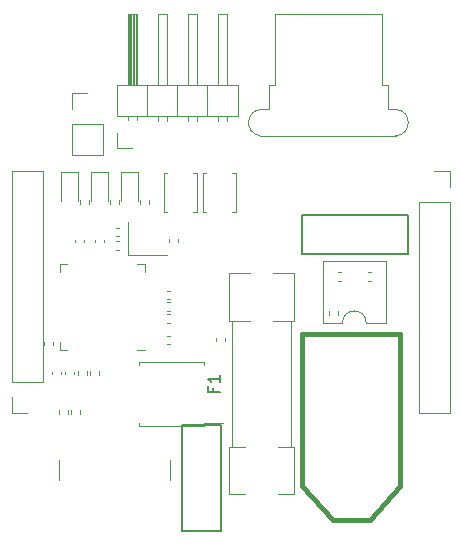
<source format=gbr>
%TF.GenerationSoftware,KiCad,Pcbnew,7.0.11*%
%TF.CreationDate,2025-01-20T01:28:44+09:00*%
%TF.ProjectId,PSU,5053552e-6b69-4636-9164-5f7063625858,rev?*%
%TF.SameCoordinates,Original*%
%TF.FileFunction,Legend,Top*%
%TF.FilePolarity,Positive*%
%FSLAX46Y46*%
G04 Gerber Fmt 4.6, Leading zero omitted, Abs format (unit mm)*
G04 Created by KiCad (PCBNEW 7.0.11) date 2025-01-20 01:28:44*
%MOMM*%
%LPD*%
G01*
G04 APERTURE LIST*
%ADD10C,0.150000*%
%ADD11C,0.120000*%
%ADD12C,0.400000*%
G04 APERTURE END LIST*
D10*
X150871009Y-108447333D02*
X150871009Y-108780666D01*
X151394819Y-108780666D02*
X150394819Y-108780666D01*
X150394819Y-108780666D02*
X150394819Y-108304476D01*
X151394819Y-107399714D02*
X151394819Y-107971142D01*
X151394819Y-107685428D02*
X150394819Y-107685428D01*
X150394819Y-107685428D02*
X150537676Y-107780666D01*
X150537676Y-107780666D02*
X150632914Y-107875904D01*
X150632914Y-107875904D02*
X150680533Y-107971142D01*
D11*
%TO.C,Y1*%
X143640000Y-94370000D02*
X143640000Y-97170000D01*
X143640000Y-97170000D02*
X146940000Y-97170000D01*
%TO.C,C2*%
X139880000Y-95902164D02*
X139880000Y-96117836D01*
X139160000Y-95902164D02*
X139160000Y-96117836D01*
%TO.C,J4*%
X142748000Y-88138000D02*
X142748000Y-86868000D01*
X144018000Y-88138000D02*
X142748000Y-88138000D01*
X146178000Y-85825071D02*
X146178000Y-85428000D01*
X146938000Y-85825071D02*
X146938000Y-85428000D01*
X148718000Y-85825071D02*
X148718000Y-85428000D01*
X149478000Y-85825071D02*
X149478000Y-85428000D01*
X151258000Y-85825071D02*
X151258000Y-85428000D01*
X152018000Y-85825071D02*
X152018000Y-85428000D01*
X143638000Y-85758000D02*
X143638000Y-85428000D01*
X144398000Y-85758000D02*
X144398000Y-85428000D01*
X142688000Y-85428000D02*
X152968000Y-85428000D01*
X145288000Y-85428000D02*
X145288000Y-82768000D01*
X147828000Y-85428000D02*
X147828000Y-82768000D01*
X150368000Y-85428000D02*
X150368000Y-82768000D01*
X152968000Y-85428000D02*
X152968000Y-82768000D01*
X142688000Y-82768000D02*
X142688000Y-85428000D01*
X143638000Y-82768000D02*
X143638000Y-76768000D01*
X143698000Y-82768000D02*
X143698000Y-76768000D01*
X143818000Y-82768000D02*
X143818000Y-76768000D01*
X143938000Y-82768000D02*
X143938000Y-76768000D01*
X144058000Y-82768000D02*
X144058000Y-76768000D01*
X144178000Y-82768000D02*
X144178000Y-76768000D01*
X144298000Y-82768000D02*
X144298000Y-76768000D01*
X146178000Y-82768000D02*
X146178000Y-76768000D01*
X148718000Y-82768000D02*
X148718000Y-76768000D01*
X151258000Y-82768000D02*
X151258000Y-76768000D01*
X152968000Y-82768000D02*
X142688000Y-82768000D01*
X143638000Y-76768000D02*
X144398000Y-76768000D01*
X144398000Y-76768000D02*
X144398000Y-82768000D01*
X146178000Y-76768000D02*
X146938000Y-76768000D01*
X146938000Y-76768000D02*
X146938000Y-82768000D01*
X148718000Y-76768000D02*
X149478000Y-76768000D01*
X149478000Y-76768000D02*
X149478000Y-82768000D01*
X151258000Y-76768000D02*
X152018000Y-76768000D01*
X152018000Y-76768000D02*
X152018000Y-82768000D01*
%TO.C,C8*%
X147175836Y-104770000D02*
X146960164Y-104770000D01*
X147175836Y-104050000D02*
X146960164Y-104050000D01*
%TO.C,R12*%
X139446000Y-107339641D02*
X139446000Y-107032359D01*
X140206000Y-107339641D02*
X140206000Y-107032359D01*
%TO.C,R2*%
X142594359Y-96021500D02*
X142901641Y-96021500D01*
X142594359Y-96781500D02*
X142901641Y-96781500D01*
%TO.C,J1*%
X137826000Y-116232000D02*
X137826000Y-114532000D01*
X147166000Y-116232000D02*
X147166000Y-114532000D01*
%TO.C,R16*%
X160656000Y-102261641D02*
X160656000Y-101954359D01*
X161416000Y-102261641D02*
X161416000Y-101954359D01*
%TO.C,C7*%
X136546000Y-104783836D02*
X136546000Y-104568164D01*
X137266000Y-104783836D02*
X137266000Y-104568164D01*
%TO.C,J2*%
X136458000Y-107950000D02*
X136458000Y-90110000D01*
X136458000Y-107950000D02*
X133798000Y-107950000D01*
X136458000Y-90110000D02*
X133798000Y-90110000D01*
X135128000Y-110550000D02*
X133798000Y-110550000D01*
X133798000Y-110550000D02*
X133798000Y-109220000D01*
X133798000Y-107950000D02*
X133798000Y-90110000D01*
D12*
%TO.C,BT1*%
X160960000Y-119610000D02*
X164110000Y-119610000D01*
X164110000Y-119610000D02*
X166710000Y-116760000D01*
X158410000Y-116760000D02*
X160960000Y-119610000D01*
X166710000Y-116760000D02*
X166710000Y-103910000D01*
X158410000Y-103910000D02*
X158410000Y-116760000D01*
X166710000Y-103910000D02*
X158410000Y-103910000D01*
D11*
%TO.C,C11*%
X137941778Y-107081138D02*
X137941778Y-107296810D01*
X137221778Y-107081138D02*
X137221778Y-107296810D01*
%TO.C,SW2*%
X149984000Y-93598000D02*
X149984000Y-90298000D01*
X150284000Y-93598000D02*
X149984000Y-93598000D01*
X152484000Y-93598000D02*
X152784000Y-93598000D01*
X152784000Y-93598000D02*
X152784000Y-90298000D01*
X149984000Y-90298000D02*
X150284000Y-90298000D01*
X152784000Y-90298000D02*
X152484000Y-90298000D01*
%TO.C,C9*%
X141584000Y-95904164D02*
X141584000Y-96119836D01*
X140864000Y-95904164D02*
X140864000Y-96119836D01*
%TO.C,C4*%
X147840000Y-95882164D02*
X147840000Y-96097836D01*
X147120000Y-95882164D02*
X147120000Y-96097836D01*
%TO.C,R10*%
X138812000Y-110643641D02*
X138812000Y-110336359D01*
X139572000Y-110643641D02*
X139572000Y-110336359D01*
%TO.C,C6*%
X147173836Y-100944000D02*
X146958164Y-100944000D01*
X147173836Y-100224000D02*
X146958164Y-100224000D01*
%TO.C,SW1*%
X146682000Y-93598000D02*
X146682000Y-90298000D01*
X146982000Y-93598000D02*
X146682000Y-93598000D01*
X149182000Y-93598000D02*
X149482000Y-93598000D01*
X149482000Y-93598000D02*
X149482000Y-90298000D01*
X146682000Y-90298000D02*
X146982000Y-90298000D01*
X149482000Y-90298000D02*
X149182000Y-90298000D01*
D10*
%TO.C,RV2*%
X158354000Y-93854000D02*
X158354000Y-97154000D01*
X158354000Y-93854000D02*
X167354000Y-93854000D01*
X158354000Y-97154000D02*
X167354000Y-97154000D01*
X167354000Y-93854000D02*
X167354000Y-97154000D01*
D11*
%TO.C,U1*%
X150045000Y-111691000D02*
X150045000Y-111431000D01*
X150045000Y-111431000D02*
X151720000Y-111431000D01*
X150045000Y-106241000D02*
X150045000Y-106501000D01*
X147320000Y-111691000D02*
X150045000Y-111691000D01*
X147320000Y-111691000D02*
X144595000Y-111691000D01*
X147320000Y-106241000D02*
X150045000Y-106241000D01*
X147320000Y-106241000D02*
X144595000Y-106241000D01*
X144595000Y-111691000D02*
X144595000Y-111431000D01*
X144595000Y-106241000D02*
X144595000Y-106501000D01*
%TO.C,F1*%
X152190000Y-117464000D02*
X153540000Y-117464000D01*
X157690000Y-117464000D02*
X156340000Y-117464000D01*
X152190000Y-113464000D02*
X152190000Y-117464000D01*
X152190000Y-113464000D02*
X153540000Y-113464000D01*
X157690000Y-113464000D02*
X157690000Y-117464000D01*
X157690000Y-113464000D02*
X156340000Y-113464000D01*
X152190000Y-102764000D02*
X153940000Y-102764000D01*
X152440000Y-102764000D02*
X152440000Y-113464000D01*
X157440000Y-102764000D02*
X157440000Y-113464000D01*
X157690000Y-102764000D02*
X155940000Y-102764000D01*
X157690000Y-102764000D02*
X157690000Y-98764000D01*
X152190000Y-98764000D02*
X152190000Y-102764000D01*
X153940000Y-98764000D02*
X152190000Y-98764000D01*
X155940000Y-98764000D02*
X157690000Y-98764000D01*
%TO.C,R4*%
X142114000Y-92861641D02*
X142114000Y-92554359D01*
X142874000Y-92861641D02*
X142874000Y-92554359D01*
%TO.C,D2*%
X141959000Y-90173000D02*
X140489000Y-90173000D01*
X140489000Y-90173000D02*
X140489000Y-92633000D01*
X141959000Y-92633000D02*
X141959000Y-90173000D01*
%TO.C,R13*%
X140463000Y-107341641D02*
X140463000Y-107034359D01*
X141223000Y-107341641D02*
X141223000Y-107034359D01*
%TO.C,U3*%
X165454000Y-102935000D02*
X165454000Y-97735000D01*
X165454000Y-97735000D02*
X160154000Y-97735000D01*
X163804000Y-102935000D02*
X165454000Y-102935000D01*
X160154000Y-102935000D02*
X161804000Y-102935000D01*
X160154000Y-97735000D02*
X160154000Y-102935000D01*
X163804000Y-102935000D02*
G75*
G03*
X161804000Y-102935000I-1000000J0D01*
G01*
%TO.C,R5*%
X139574000Y-92861641D02*
X139574000Y-92554359D01*
X140334000Y-92861641D02*
X140334000Y-92554359D01*
%TO.C,J5*%
X154856000Y-84876000D02*
X155556000Y-84876000D01*
X154856000Y-87096000D02*
X166376000Y-87096000D01*
X155556000Y-82826000D02*
X155556000Y-84876000D01*
X155556000Y-82826000D02*
X156086000Y-82826000D01*
X156086000Y-76826000D02*
X156086000Y-82826000D01*
X156086000Y-76826000D02*
X165116000Y-76826000D01*
X165146000Y-76826000D02*
X165146000Y-82826000D01*
X165146000Y-82826000D02*
X165676000Y-82826000D01*
X165676000Y-82826000D02*
X165676000Y-84876000D01*
X165676000Y-84876000D02*
X166376000Y-84876000D01*
X154966000Y-84876001D02*
G75*
G03*
X154794271Y-87082634I1J-1109999D01*
G01*
X166266000Y-87096000D02*
G75*
G03*
X166266000Y-84876000I0J1110000D01*
G01*
%TO.C,R11*%
X137796000Y-110643641D02*
X137796000Y-110336359D01*
X138556000Y-110643641D02*
X138556000Y-110336359D01*
%TO.C,D1*%
X144499000Y-90173000D02*
X143029000Y-90173000D01*
X143029000Y-90173000D02*
X143029000Y-92633000D01*
X144499000Y-92633000D02*
X144499000Y-90173000D01*
%TO.C,J3*%
X168240000Y-92710000D02*
X168240000Y-110550000D01*
X168240000Y-92710000D02*
X170900000Y-92710000D01*
X168240000Y-110550000D02*
X170900000Y-110550000D01*
X169570000Y-90110000D02*
X170900000Y-90110000D01*
X170900000Y-90110000D02*
X170900000Y-91440000D01*
X170900000Y-92710000D02*
X170900000Y-110550000D01*
%TO.C,R9*%
X146914359Y-102236000D02*
X147221641Y-102236000D01*
X146914359Y-102996000D02*
X147221641Y-102996000D01*
%TO.C,R15*%
X161699641Y-99440000D02*
X161392359Y-99440000D01*
X161699641Y-98680000D02*
X161392359Y-98680000D01*
%TO.C,C5*%
X142668164Y-94890000D02*
X142883836Y-94890000D01*
X142668164Y-95610000D02*
X142883836Y-95610000D01*
%TO.C,R1*%
X151850000Y-104196359D02*
X151850000Y-104503641D01*
X151090000Y-104196359D02*
X151090000Y-104503641D01*
%TO.C,D3*%
X139419000Y-90173000D02*
X137949000Y-90173000D01*
X137949000Y-90173000D02*
X137949000Y-92633000D01*
X139419000Y-92633000D02*
X139419000Y-90173000D01*
D10*
%TO.C,RV1*%
X151510000Y-111578000D02*
X148210000Y-111578000D01*
X151510000Y-111578000D02*
X151510000Y-120578000D01*
X148210000Y-111578000D02*
X148210000Y-120578000D01*
X151510000Y-120578000D02*
X148210000Y-120578000D01*
D11*
%TO.C,R14*%
X163930359Y-98680000D02*
X164237641Y-98680000D01*
X163930359Y-99440000D02*
X164237641Y-99440000D01*
%TO.C,U2*%
X145088000Y-97990000D02*
X145088000Y-98640000D01*
X144438000Y-105210000D02*
X145088000Y-105210000D01*
X144438000Y-97990000D02*
X145088000Y-97990000D01*
X138518000Y-105210000D02*
X137868000Y-105210000D01*
X138518000Y-97990000D02*
X137868000Y-97990000D01*
X137868000Y-105210000D02*
X137868000Y-104560000D01*
X137868000Y-97990000D02*
X137868000Y-98640000D01*
%TO.C,R3*%
X144654000Y-92861641D02*
X144654000Y-92554359D01*
X145414000Y-92861641D02*
X145414000Y-92554359D01*
%TO.C,R8*%
X147219641Y-101980000D02*
X146912359Y-101980000D01*
X147219641Y-101220000D02*
X146912359Y-101220000D01*
%TO.C,J6*%
X138878000Y-83506000D02*
X140208000Y-83506000D01*
X138878000Y-84836000D02*
X138878000Y-83506000D01*
X138878000Y-86106000D02*
X138878000Y-88706000D01*
X138878000Y-86106000D02*
X141538000Y-86106000D01*
X138878000Y-88706000D02*
X141538000Y-88706000D01*
X141538000Y-86106000D02*
X141538000Y-88706000D01*
%TO.C,C1*%
X138324000Y-107295836D02*
X138324000Y-107080164D01*
X139044000Y-107295836D02*
X139044000Y-107080164D01*
%TD*%
M02*

</source>
